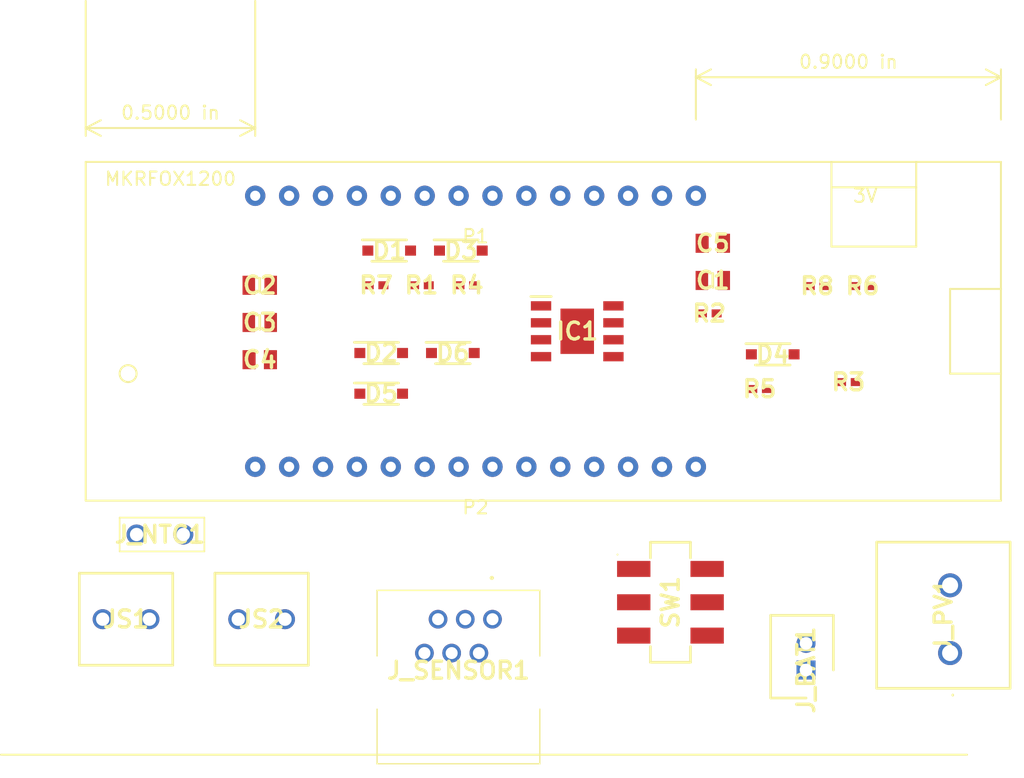
<source format=kicad_pcb>
(kicad_pcb (version 20171130) (host pcbnew 5.1.5+dfsg1-2build2)

  (general
    (thickness 1.6)
    (drawings 18)
    (tracks 0)
    (zones 0)
    (modules 29)
    (nets 40)
  )

  (page A4)
  (title_block
    (title "MkrFox1200 Wind Shield")
    (date 2021-11-29)
    (rev 0.1)
    (company OpenWindMap)
  )

  (layers
    (0 F.Cu signal)
    (31 B.Cu signal)
    (32 B.Adhes user)
    (33 F.Adhes user)
    (34 B.Paste user)
    (35 F.Paste user)
    (36 B.SilkS user)
    (37 F.SilkS user)
    (38 B.Mask user)
    (39 F.Mask user)
    (40 Dwgs.User user)
    (41 Cmts.User user)
    (42 Eco1.User user)
    (43 Eco2.User user)
    (44 Edge.Cuts user)
    (45 Margin user)
    (46 B.CrtYd user)
    (47 F.CrtYd user)
    (48 B.Fab user)
    (49 F.Fab user)
  )

  (setup
    (last_trace_width 0.25)
    (trace_clearance 0.2)
    (zone_clearance 0.508)
    (zone_45_only no)
    (trace_min 0.2)
    (via_size 0.8)
    (via_drill 0.4)
    (via_min_size 0.4)
    (via_min_drill 0.3)
    (uvia_size 0.3)
    (uvia_drill 0.1)
    (uvias_allowed no)
    (uvia_min_size 0.2)
    (uvia_min_drill 0.1)
    (edge_width 0.1)
    (segment_width 0.2)
    (pcb_text_width 0.3)
    (pcb_text_size 1.5 1.5)
    (mod_edge_width 0.15)
    (mod_text_size 1 1)
    (mod_text_width 0.15)
    (pad_size 1.524 1.524)
    (pad_drill 0.762)
    (pad_to_mask_clearance 0)
    (aux_axis_origin 0 0)
    (visible_elements FFFFFF7F)
    (pcbplotparams
      (layerselection 0x010fc_ffffffff)
      (usegerberextensions false)
      (usegerberattributes false)
      (usegerberadvancedattributes false)
      (creategerberjobfile false)
      (excludeedgelayer true)
      (linewidth 0.100000)
      (plotframeref false)
      (viasonmask false)
      (mode 1)
      (useauxorigin false)
      (hpglpennumber 1)
      (hpglpenspeed 20)
      (hpglpendiameter 15.000000)
      (psnegative false)
      (psa4output false)
      (plotreference true)
      (plotvalue true)
      (plotinvisibletext false)
      (padsonsilk false)
      (subtractmaskfromsilk false)
      (outputformat 1)
      (mirror false)
      (drillshape 1)
      (scaleselection 1)
      (outputdirectory ""))
  )

  (net 0 "")
  (net 1 "Net-(C1-Pad2)")
  (net 2 "Net-(C2-Pad2)")
  (net 3 "Net-(C3-Pad2)")
  (net 4 "Net-(C4-Pad2)")
  (net 5 GND)
  (net 6 "Net-(C5-Pad2)")
  (net 7 "Net-(D1-Pad1)")
  (net 8 "Net-(D2-Pad1)")
  (net 9 "Net-(D3-Pad1)")
  (net 10 "Net-(D5-Pad1)")
  (net 11 "Net-(IC1-Pad7)")
  (net 12 "Net-(IC1-Pad6)")
  (net 13 "Net-(IC1-Pad2)")
  (net 14 "Net-(J_SENSOR1-Pad6)")
  (net 15 "Net-(J_SENSOR1-Pad1)")
  (net 16 "Net-(P1-Pad14)")
  (net 17 "Net-(P1-Pad13)")
  (net 18 "Net-(P1-Pad12)")
  (net 19 "Net-(P1-Pad8)")
  (net 20 "Net-(P1-Pad7)")
  (net 21 "Net-(P1-Pad5)")
  (net 22 "Net-(P1-Pad2)")
  (net 23 "Net-(P1-Pad1)")
  (net 24 "Net-(P2-Pad14)")
  (net 25 "Net-(P2-Pad13)")
  (net 26 "Net-(P2-Pad12)")
  (net 27 "Net-(P2-Pad11)")
  (net 28 "Net-(P2-Pad10)")
  (net 29 "Net-(P2-Pad9)")
  (net 30 "Net-(P2-Pad8)")
  (net 31 "Net-(P2-Pad7)")
  (net 32 "Net-(P2-Pad6)")
  (net 33 "Net-(P2-Pad5)")
  (net 34 "Net-(P2-Pad2)")
  (net 35 "Net-(P2-Pad1)")
  (net 36 "Net-(SW1-Pad4)")
  (net 37 "Net-(SW1-Pad3)")
  (net 38 "Net-(C1-Pad1)")
  (net 39 "Net-(J_NTC1-Pad2)")

  (net_class Default "Ceci est la Netclass par défaut."
    (clearance 0.2)
    (trace_width 0.25)
    (via_dia 0.8)
    (via_drill 0.4)
    (uvia_dia 0.3)
    (uvia_drill 0.1)
    (add_net GND)
    (add_net "Net-(C1-Pad1)")
    (add_net "Net-(C1-Pad2)")
    (add_net "Net-(C2-Pad2)")
    (add_net "Net-(C3-Pad2)")
    (add_net "Net-(C4-Pad2)")
    (add_net "Net-(C5-Pad2)")
    (add_net "Net-(D1-Pad1)")
    (add_net "Net-(D2-Pad1)")
    (add_net "Net-(D3-Pad1)")
    (add_net "Net-(D5-Pad1)")
    (add_net "Net-(IC1-Pad2)")
    (add_net "Net-(IC1-Pad6)")
    (add_net "Net-(IC1-Pad7)")
    (add_net "Net-(J_NTC1-Pad2)")
    (add_net "Net-(J_SENSOR1-Pad1)")
    (add_net "Net-(J_SENSOR1-Pad6)")
    (add_net "Net-(P1-Pad1)")
    (add_net "Net-(P1-Pad12)")
    (add_net "Net-(P1-Pad13)")
    (add_net "Net-(P1-Pad14)")
    (add_net "Net-(P1-Pad2)")
    (add_net "Net-(P1-Pad5)")
    (add_net "Net-(P1-Pad7)")
    (add_net "Net-(P1-Pad8)")
    (add_net "Net-(P2-Pad1)")
    (add_net "Net-(P2-Pad10)")
    (add_net "Net-(P2-Pad11)")
    (add_net "Net-(P2-Pad12)")
    (add_net "Net-(P2-Pad13)")
    (add_net "Net-(P2-Pad14)")
    (add_net "Net-(P2-Pad2)")
    (add_net "Net-(P2-Pad5)")
    (add_net "Net-(P2-Pad6)")
    (add_net "Net-(P2-Pad7)")
    (add_net "Net-(P2-Pad8)")
    (add_net "Net-(P2-Pad9)")
    (add_net "Net-(SW1-Pad3)")
    (add_net "Net-(SW1-Pad4)")
  )

  (module JLCPCB_FP:WJ500V5082P (layer F.Cu) (tedit 0) (tstamp 61A55A57)
    (at 140.97 102.87 90)
    (descr WJ500V-5.08-2P-2)
    (tags Connector)
    (path /619DADDA)
    (fp_text reference J_PV1 (at 2.84 -0.5 90) (layer F.SilkS)
      (effects (font (size 1.27 1.27) (thickness 0.254)))
    )
    (fp_text value WJ500V-5.08-2P (at 2.84 -0.5 90) (layer F.SilkS) hide
      (effects (font (size 1.27 1.27) (thickness 0.254)))
    )
    (fp_arc (start -3.15 0.2) (end -3.1 0.2) (angle -180) (layer F.SilkS) (width 0.1))
    (fp_arc (start -3.15 0.2) (end -3.2 0.2) (angle -180) (layer F.SilkS) (width 0.1))
    (fp_line (start -3.1 0.2) (end -3.1 0.2) (layer F.SilkS) (width 0.1))
    (fp_line (start -3.2 0.2) (end -3.2 0.2) (layer F.SilkS) (width 0.1))
    (fp_line (start -3.64 5.5) (end -3.64 -6.5) (layer F.CrtYd) (width 0.1))
    (fp_line (start 9.32 5.5) (end -3.64 5.5) (layer F.CrtYd) (width 0.1))
    (fp_line (start 9.32 -6.5) (end 9.32 5.5) (layer F.CrtYd) (width 0.1))
    (fp_line (start -3.64 -6.5) (end 9.32 -6.5) (layer F.CrtYd) (width 0.1))
    (fp_line (start -2.64 4.5) (end -2.64 -5.5) (layer F.SilkS) (width 0.2))
    (fp_line (start 8.32 4.5) (end -2.64 4.5) (layer F.SilkS) (width 0.2))
    (fp_line (start 8.32 -5.5) (end 8.32 4.5) (layer F.SilkS) (width 0.2))
    (fp_line (start -2.64 -5.5) (end 8.32 -5.5) (layer F.SilkS) (width 0.2))
    (fp_line (start -2.64 4.5) (end -2.64 -5.5) (layer F.Fab) (width 0.1))
    (fp_line (start 8.32 4.5) (end -2.64 4.5) (layer F.Fab) (width 0.1))
    (fp_line (start 8.32 -5.5) (end 8.32 4.5) (layer F.Fab) (width 0.1))
    (fp_line (start -2.64 -5.5) (end 8.32 -5.5) (layer F.Fab) (width 0.1))
    (fp_text user %R (at 2.84 -0.5 90) (layer F.Fab)
      (effects (font (size 1.27 1.27) (thickness 0.254)))
    )
    (pad 2 thru_hole circle (at 5.08 0 90) (size 1.8 1.8) (drill 1.2) (layers *.Cu *.Mask)
      (net 5 GND))
    (pad 1 thru_hole circle (at 0 0 90) (size 1.8 1.8) (drill 1.2) (layers *.Cu *.Mask)
      (net 4 "Net-(C4-Pad2)"))
    (model WJ500V-5.08-2P.stp
      (at (xyz 0 0 0))
      (scale (xyz 1 1 1))
      (rotate (xyz 0 0 0))
    )
  )

  (module JLCPCB_FP:SolderPoints (layer F.Cu) (tedit 61A66B24) (tstamp 61A6D53A)
    (at 80.01 93.98)
    (descr KF350-3.5-2P-2)
    (tags Connector)
    (path /61ABA5D9)
    (fp_text reference J_NTC1 (at 1.75 0) (layer F.SilkS)
      (effects (font (size 1.27 1.27) (thickness 0.254)))
    )
    (fp_text value KF350-3.5-2P (at 1.75 0) (layer F.SilkS) hide
      (effects (font (size 1.27 1.27) (thickness 0.254)))
    )
    (fp_line (start -1.27 -1.27) (end -1.27 1.27) (layer F.SilkS) (width 0.12))
    (fp_line (start 5.08 -1.27) (end -1.27 -1.27) (layer F.SilkS) (width 0.12))
    (fp_line (start 5.08 1.27) (end 5.08 -1.27) (layer F.SilkS) (width 0.12))
    (fp_line (start -1.27 1.27) (end 5.08 1.27) (layer F.SilkS) (width 0.12))
    (fp_text user %R (at 1.75 0) (layer F.Fab)
      (effects (font (size 1.27 1.27) (thickness 0.254)))
    )
    (pad 2 thru_hole circle (at 3.5 0) (size 1.5 1.5) (drill 1) (layers *.Cu *.Mask)
      (net 39 "Net-(J_NTC1-Pad2)"))
    (pad 1 thru_hole circle (at 0 0) (size 1.5 1.5) (drill 1) (layers *.Cu *.Mask)
      (net 38 "Net-(C1-Pad1)"))
    (model KF350-3.5-2P.stp
      (at (xyz 0 0 0))
      (scale (xyz 1 1 1))
      (rotate (xyz 0 0 0))
    )
  )

  (module JLCPCB_FP:JS202011SCQN (layer F.Cu) (tedit 0) (tstamp 61A55B69)
    (at 120.015 99.06 270)
    (descr JS202011SCQN)
    (tags Switch)
    (path /619FCD4D)
    (attr smd)
    (fp_text reference SW1 (at 0 0.002 90) (layer F.SilkS)
      (effects (font (size 1.27 1.27) (thickness 0.254)))
    )
    (fp_text value JS202011SCQN (at 0 0.002 90) (layer F.SilkS) hide
      (effects (font (size 1.27 1.27) (thickness 0.254)))
    )
    (fp_arc (start -3.578 3.968) (end -3.542 3.968) (angle -180) (layer F.SilkS) (width 0.07159))
    (fp_arc (start -3.578 3.968) (end -3.614 3.968) (angle -180) (layer F.SilkS) (width 0.07159))
    (fp_line (start -3.542 3.968) (end -3.542 3.968) (layer F.SilkS) (width 0.07159))
    (fp_line (start -3.614 3.968) (end -3.614 3.968) (layer F.SilkS) (width 0.07159))
    (fp_line (start -4.5 1.5) (end -3.323 1.5) (layer F.SilkS) (width 0.2))
    (fp_line (start 4.5 1.5) (end 3.323 1.5) (layer F.SilkS) (width 0.2))
    (fp_line (start -4.5 -1.5) (end -3.323 -1.5) (layer F.SilkS) (width 0.2))
    (fp_line (start 4.5 -1.5) (end 3.323 -1.5) (layer F.SilkS) (width 0.2))
    (fp_line (start 4.5 1.5) (end 4.5 -1.5) (layer F.SilkS) (width 0.2))
    (fp_line (start -4.5 -1.5) (end -4.5 1.5) (layer F.SilkS) (width 0.2))
    (fp_line (start -5.5 5.004) (end -5.5 -5) (layer F.CrtYd) (width 0.1))
    (fp_line (start 5.5 5.004) (end -5.5 5.004) (layer F.CrtYd) (width 0.1))
    (fp_line (start 5.5 -5) (end 5.5 5.004) (layer F.CrtYd) (width 0.1))
    (fp_line (start -5.5 -5) (end 5.5 -5) (layer F.CrtYd) (width 0.1))
    (fp_line (start -4.5 1.5) (end -4.5 -1.5) (layer F.Fab) (width 0.2))
    (fp_line (start 4.5 1.5) (end -4.5 1.5) (layer F.Fab) (width 0.2))
    (fp_line (start 4.5 -1.5) (end 4.5 1.5) (layer F.Fab) (width 0.2))
    (fp_line (start -4.5 -1.5) (end 4.5 -1.5) (layer F.Fab) (width 0.2))
    (fp_text user %R (at 0 0.002 90) (layer F.Fab)
      (effects (font (size 1.27 1.27) (thickness 0.254)))
    )
    (pad 6 smd rect (at -2.5 -2.75 270) (size 1.2 2.5) (layers F.Cu F.Paste F.Mask)
      (net 34 "Net-(P2-Pad2)"))
    (pad 5 smd rect (at 0 -2.75 270) (size 1.2 2.5) (layers F.Cu F.Paste F.Mask)
      (net 6 "Net-(C5-Pad2)"))
    (pad 4 smd rect (at 2.5 -2.75 270) (size 1.2 2.5) (layers F.Cu F.Paste F.Mask)
      (net 36 "Net-(SW1-Pad4)"))
    (pad 3 smd rect (at 2.5 2.75 270) (size 1.2 2.5) (layers F.Cu F.Paste F.Mask)
      (net 37 "Net-(SW1-Pad3)"))
    (pad 2 smd rect (at 0 2.75 270) (size 1.2 2.5) (layers F.Cu F.Paste F.Mask)
      (net 5 GND))
    (pad 1 smd rect (at -2.5 2.75 270) (size 1.2 2.5) (layers F.Cu F.Paste F.Mask)
      (net 38 "Net-(C1-Pad1)"))
    (model JS202011SCQN.stp
      (at (xyz 0 0 0))
      (scale (xyz 1 1 1))
      (rotate (xyz 0 0 0))
    )
  )

  (module JLCPCB_FP:RESC1005X40N (layer F.Cu) (tedit 0) (tstamp 61A55B4C)
    (at 131.005 75.35)
    (descr 0402)
    (tags Resistor)
    (path /619D3EBC)
    (attr smd)
    (fp_text reference R8 (at 0 0) (layer F.SilkS)
      (effects (font (size 1.27 1.27) (thickness 0.254)))
    )
    (fp_text value 20K (at 0 0) (layer F.SilkS) hide
      (effects (font (size 1.27 1.27) (thickness 0.254)))
    )
    (fp_line (start -0.5 0.25) (end -0.5 -0.25) (layer F.Fab) (width 0.1))
    (fp_line (start 0.5 0.25) (end -0.5 0.25) (layer F.Fab) (width 0.1))
    (fp_line (start 0.5 -0.25) (end 0.5 0.25) (layer F.Fab) (width 0.1))
    (fp_line (start -0.5 -0.25) (end 0.5 -0.25) (layer F.Fab) (width 0.1))
    (fp_line (start -1.175 0.55) (end -1.175 -0.55) (layer F.CrtYd) (width 0.05))
    (fp_line (start 1.175 0.55) (end -1.175 0.55) (layer F.CrtYd) (width 0.05))
    (fp_line (start 1.175 -0.55) (end 1.175 0.55) (layer F.CrtYd) (width 0.05))
    (fp_line (start -1.175 -0.55) (end 1.175 -0.55) (layer F.CrtYd) (width 0.05))
    (fp_text user %R (at 0 0) (layer F.Fab)
      (effects (font (size 1.27 1.27) (thickness 0.254)))
    )
    (pad 2 smd rect (at 0.55 0 90) (size 0.6 0.75) (layers F.Cu F.Paste F.Mask)
      (net 13 "Net-(IC1-Pad2)"))
    (pad 1 smd rect (at -0.55 0 90) (size 0.6 0.75) (layers F.Cu F.Paste F.Mask)
      (net 5 GND))
    (model 0402WGF2002TCE.stp
      (at (xyz 0 0 0))
      (scale (xyz 1 1 1))
      (rotate (xyz 0 0 0))
    )
  )

  (module JLCPCB_FP:RESC1005X40N (layer F.Cu) (tedit 0) (tstamp 61A55B3D)
    (at 97.955 75.29)
    (descr 0402)
    (tags Resistor)
    (path /61A71897)
    (attr smd)
    (fp_text reference R7 (at 0 0) (layer F.SilkS)
      (effects (font (size 1.27 1.27) (thickness 0.254)))
    )
    (fp_text value 10K (at 0 0) (layer F.SilkS) hide
      (effects (font (size 1.27 1.27) (thickness 0.254)))
    )
    (fp_line (start -0.5 0.25) (end -0.5 -0.25) (layer F.Fab) (width 0.1))
    (fp_line (start 0.5 0.25) (end -0.5 0.25) (layer F.Fab) (width 0.1))
    (fp_line (start 0.5 -0.25) (end 0.5 0.25) (layer F.Fab) (width 0.1))
    (fp_line (start -0.5 -0.25) (end 0.5 -0.25) (layer F.Fab) (width 0.1))
    (fp_line (start -1.175 0.55) (end -1.175 -0.55) (layer F.CrtYd) (width 0.05))
    (fp_line (start 1.175 0.55) (end -1.175 0.55) (layer F.CrtYd) (width 0.05))
    (fp_line (start 1.175 -0.55) (end 1.175 0.55) (layer F.CrtYd) (width 0.05))
    (fp_line (start -1.175 -0.55) (end 1.175 -0.55) (layer F.CrtYd) (width 0.05))
    (fp_text user %R (at 0 0) (layer F.Fab)
      (effects (font (size 1.27 1.27) (thickness 0.254)))
    )
    (pad 2 smd rect (at 0.55 0 90) (size 0.6 0.75) (layers F.Cu F.Paste F.Mask)
      (net 39 "Net-(J_NTC1-Pad2)"))
    (pad 1 smd rect (at -0.55 0 90) (size 0.6 0.75) (layers F.Cu F.Paste F.Mask)
      (net 17 "Net-(P1-Pad13)"))
    (model 0402WGF2002TCE.stp
      (at (xyz 0 0 0))
      (scale (xyz 1 1 1))
      (rotate (xyz 0 0 0))
    )
  )

  (module JLCPCB_FP:RESC1005X40N (layer F.Cu) (tedit 0) (tstamp 61A55B2E)
    (at 134.405 75.35)
    (descr 0402)
    (tags Resistor)
    (path /61A1AD8A)
    (attr smd)
    (fp_text reference R6 (at 0 0) (layer F.SilkS)
      (effects (font (size 1.27 1.27) (thickness 0.254)))
    )
    (fp_text value 100k (at 0 0) (layer F.SilkS) hide
      (effects (font (size 1.27 1.27) (thickness 0.254)))
    )
    (fp_line (start -0.5 0.25) (end -0.5 -0.25) (layer F.Fab) (width 0.1))
    (fp_line (start 0.5 0.25) (end -0.5 0.25) (layer F.Fab) (width 0.1))
    (fp_line (start 0.5 -0.25) (end 0.5 0.25) (layer F.Fab) (width 0.1))
    (fp_line (start -0.5 -0.25) (end 0.5 -0.25) (layer F.Fab) (width 0.1))
    (fp_line (start -1.175 0.55) (end -1.175 -0.55) (layer F.CrtYd) (width 0.05))
    (fp_line (start 1.175 0.55) (end -1.175 0.55) (layer F.CrtYd) (width 0.05))
    (fp_line (start 1.175 -0.55) (end 1.175 0.55) (layer F.CrtYd) (width 0.05))
    (fp_line (start -1.175 -0.55) (end 1.175 -0.55) (layer F.CrtYd) (width 0.05))
    (fp_text user %R (at 0 0) (layer F.Fab)
      (effects (font (size 1.27 1.27) (thickness 0.254)))
    )
    (pad 2 smd rect (at 0.55 0 90) (size 0.6 0.75) (layers F.Cu F.Paste F.Mask)
      (net 38 "Net-(C1-Pad1)"))
    (pad 1 smd rect (at -0.55 0 90) (size 0.6 0.75) (layers F.Cu F.Paste F.Mask)
      (net 21 "Net-(P1-Pad5)"))
    (model 0402WGF2002TCE.stp
      (at (xyz 0 0 0))
      (scale (xyz 1 1 1))
      (rotate (xyz 0 0 0))
    )
  )

  (module JLCPCB_FP:RESC1005X40N (layer F.Cu) (tedit 0) (tstamp 61A55B1F)
    (at 126.695 83.07)
    (descr 0402)
    (tags Resistor)
    (path /61A1B481)
    (attr smd)
    (fp_text reference R5 (at 0 0) (layer F.SilkS)
      (effects (font (size 1.27 1.27) (thickness 0.254)))
    )
    (fp_text value 390k (at 0 0) (layer F.SilkS) hide
      (effects (font (size 1.27 1.27) (thickness 0.254)))
    )
    (fp_line (start -0.5 0.25) (end -0.5 -0.25) (layer F.Fab) (width 0.1))
    (fp_line (start 0.5 0.25) (end -0.5 0.25) (layer F.Fab) (width 0.1))
    (fp_line (start 0.5 -0.25) (end 0.5 0.25) (layer F.Fab) (width 0.1))
    (fp_line (start -0.5 -0.25) (end 0.5 -0.25) (layer F.Fab) (width 0.1))
    (fp_line (start -1.175 0.55) (end -1.175 -0.55) (layer F.CrtYd) (width 0.05))
    (fp_line (start 1.175 0.55) (end -1.175 0.55) (layer F.CrtYd) (width 0.05))
    (fp_line (start 1.175 -0.55) (end 1.175 0.55) (layer F.CrtYd) (width 0.05))
    (fp_line (start -1.175 -0.55) (end 1.175 -0.55) (layer F.CrtYd) (width 0.05))
    (fp_text user %R (at 0 0) (layer F.Fab)
      (effects (font (size 1.27 1.27) (thickness 0.254)))
    )
    (pad 2 smd rect (at 0.55 0 90) (size 0.6 0.75) (layers F.Cu F.Paste F.Mask)
      (net 21 "Net-(P1-Pad5)"))
    (pad 1 smd rect (at -0.55 0 90) (size 0.6 0.75) (layers F.Cu F.Paste F.Mask)
      (net 8 "Net-(D2-Pad1)"))
    (model 0402WGF2002TCE.stp
      (at (xyz 0 0 0))
      (scale (xyz 1 1 1))
      (rotate (xyz 0 0 0))
    )
  )

  (module JLCPCB_FP:RESC1005X40N (layer F.Cu) (tedit 0) (tstamp 61A55B10)
    (at 104.755 75.29)
    (descr 0402)
    (tags Resistor)
    (path /619D37E6)
    (attr smd)
    (fp_text reference R4 (at 0 0) (layer F.SilkS)
      (effects (font (size 1.27 1.27) (thickness 0.254)))
    )
    (fp_text value 10K (at 0 0) (layer F.SilkS) hide
      (effects (font (size 1.27 1.27) (thickness 0.254)))
    )
    (fp_line (start -0.5 0.25) (end -0.5 -0.25) (layer F.Fab) (width 0.1))
    (fp_line (start 0.5 0.25) (end -0.5 0.25) (layer F.Fab) (width 0.1))
    (fp_line (start 0.5 -0.25) (end 0.5 0.25) (layer F.Fab) (width 0.1))
    (fp_line (start -0.5 -0.25) (end 0.5 -0.25) (layer F.Fab) (width 0.1))
    (fp_line (start -1.175 0.55) (end -1.175 -0.55) (layer F.CrtYd) (width 0.05))
    (fp_line (start 1.175 0.55) (end -1.175 0.55) (layer F.CrtYd) (width 0.05))
    (fp_line (start 1.175 -0.55) (end 1.175 0.55) (layer F.CrtYd) (width 0.05))
    (fp_line (start -1.175 -0.55) (end 1.175 -0.55) (layer F.CrtYd) (width 0.05))
    (fp_text user %R (at 0 0) (layer F.Fab)
      (effects (font (size 1.27 1.27) (thickness 0.254)))
    )
    (pad 2 smd rect (at 0.55 0 90) (size 0.6 0.75) (layers F.Cu F.Paste F.Mask)
      (net 18 "Net-(P1-Pad12)"))
    (pad 1 smd rect (at -0.55 0 90) (size 0.6 0.75) (layers F.Cu F.Paste F.Mask)
      (net 3 "Net-(C3-Pad2)"))
    (model 0402WGF2002TCE.stp
      (at (xyz 0 0 0))
      (scale (xyz 1 1 1))
      (rotate (xyz 0 0 0))
    )
  )

  (module JLCPCB_FP:RESC1005X40N (layer F.Cu) (tedit 0) (tstamp 61A55B01)
    (at 133.35 82.55)
    (descr 0402)
    (tags Resistor)
    (path /619DA45A)
    (attr smd)
    (fp_text reference R3 (at 0 0) (layer F.SilkS)
      (effects (font (size 1.27 1.27) (thickness 0.254)))
    )
    (fp_text value 1K (at 0 0) (layer F.SilkS) hide
      (effects (font (size 1.27 1.27) (thickness 0.254)))
    )
    (fp_line (start -0.5 0.25) (end -0.5 -0.25) (layer F.Fab) (width 0.1))
    (fp_line (start 0.5 0.25) (end -0.5 0.25) (layer F.Fab) (width 0.1))
    (fp_line (start 0.5 -0.25) (end 0.5 0.25) (layer F.Fab) (width 0.1))
    (fp_line (start -0.5 -0.25) (end 0.5 -0.25) (layer F.Fab) (width 0.1))
    (fp_line (start -1.175 0.55) (end -1.175 -0.55) (layer F.CrtYd) (width 0.05))
    (fp_line (start 1.175 0.55) (end -1.175 0.55) (layer F.CrtYd) (width 0.05))
    (fp_line (start 1.175 -0.55) (end 1.175 0.55) (layer F.CrtYd) (width 0.05))
    (fp_line (start -1.175 -0.55) (end 1.175 -0.55) (layer F.CrtYd) (width 0.05))
    (fp_text user %R (at 0 0) (layer F.Fab)
      (effects (font (size 1.27 1.27) (thickness 0.254)))
    )
    (pad 2 smd rect (at 0.55 0 90) (size 0.6 0.75) (layers F.Cu F.Paste F.Mask)
      (net 3 "Net-(C3-Pad2)"))
    (pad 1 smd rect (at -0.55 0 90) (size 0.6 0.75) (layers F.Cu F.Paste F.Mask)
      (net 10 "Net-(D5-Pad1)"))
    (model 0402WGF2002TCE.stp
      (at (xyz 0 0 0))
      (scale (xyz 1 1 1))
      (rotate (xyz 0 0 0))
    )
  )

  (module JLCPCB_FP:RESC1005X40N (layer F.Cu) (tedit 0) (tstamp 61A55AF2)
    (at 122.925 77.4)
    (descr 0402)
    (tags Resistor)
    (path /61A65AAC)
    (attr smd)
    (fp_text reference R2 (at 0 0) (layer F.SilkS)
      (effects (font (size 1.27 1.27) (thickness 0.254)))
    )
    (fp_text value 1K (at 0 0) (layer F.SilkS) hide
      (effects (font (size 1.27 1.27) (thickness 0.254)))
    )
    (fp_line (start -0.5 0.25) (end -0.5 -0.25) (layer F.Fab) (width 0.1))
    (fp_line (start 0.5 0.25) (end -0.5 0.25) (layer F.Fab) (width 0.1))
    (fp_line (start 0.5 -0.25) (end 0.5 0.25) (layer F.Fab) (width 0.1))
    (fp_line (start -0.5 -0.25) (end 0.5 -0.25) (layer F.Fab) (width 0.1))
    (fp_line (start -1.175 0.55) (end -1.175 -0.55) (layer F.CrtYd) (width 0.05))
    (fp_line (start 1.175 0.55) (end -1.175 0.55) (layer F.CrtYd) (width 0.05))
    (fp_line (start 1.175 -0.55) (end 1.175 0.55) (layer F.CrtYd) (width 0.05))
    (fp_line (start -1.175 -0.55) (end 1.175 -0.55) (layer F.CrtYd) (width 0.05))
    (fp_text user %R (at 0 0) (layer F.Fab)
      (effects (font (size 1.27 1.27) (thickness 0.254)))
    )
    (pad 2 smd rect (at 0.55 0 90) (size 0.6 0.75) (layers F.Cu F.Paste F.Mask)
      (net 2 "Net-(C2-Pad2)"))
    (pad 1 smd rect (at -0.55 0 90) (size 0.6 0.75) (layers F.Cu F.Paste F.Mask)
      (net 9 "Net-(D3-Pad1)"))
    (model 0402WGF2002TCE.stp
      (at (xyz 0 0 0))
      (scale (xyz 1 1 1))
      (rotate (xyz 0 0 0))
    )
  )

  (module JLCPCB_FP:RESC1005X40N (layer F.Cu) (tedit 0) (tstamp 61A55AE3)
    (at 101.355 75.29)
    (descr 0402)
    (tags Resistor)
    (path /61A6773C)
    (attr smd)
    (fp_text reference R1 (at 0 0) (layer F.SilkS)
      (effects (font (size 1.27 1.27) (thickness 0.254)))
    )
    (fp_text value 1K (at 0 0) (layer F.SilkS) hide
      (effects (font (size 1.27 1.27) (thickness 0.254)))
    )
    (fp_line (start -0.5 0.25) (end -0.5 -0.25) (layer F.Fab) (width 0.1))
    (fp_line (start 0.5 0.25) (end -0.5 0.25) (layer F.Fab) (width 0.1))
    (fp_line (start 0.5 -0.25) (end 0.5 0.25) (layer F.Fab) (width 0.1))
    (fp_line (start -0.5 -0.25) (end 0.5 -0.25) (layer F.Fab) (width 0.1))
    (fp_line (start -1.175 0.55) (end -1.175 -0.55) (layer F.CrtYd) (width 0.05))
    (fp_line (start 1.175 0.55) (end -1.175 0.55) (layer F.CrtYd) (width 0.05))
    (fp_line (start 1.175 -0.55) (end 1.175 0.55) (layer F.CrtYd) (width 0.05))
    (fp_line (start -1.175 -0.55) (end 1.175 -0.55) (layer F.CrtYd) (width 0.05))
    (fp_text user %R (at 0 0) (layer F.Fab)
      (effects (font (size 1.27 1.27) (thickness 0.254)))
    )
    (pad 2 smd rect (at 0.55 0 90) (size 0.6 0.75) (layers F.Cu F.Paste F.Mask)
      (net 1 "Net-(C1-Pad2)"))
    (pad 1 smd rect (at -0.55 0 90) (size 0.6 0.75) (layers F.Cu F.Paste F.Mask)
      (net 7 "Net-(D1-Pad1)"))
    (model 0402WGF2002TCE.stp
      (at (xyz 0 0 0))
      (scale (xyz 1 1 1))
      (rotate (xyz 0 0 0))
    )
  )

  (module JLCPCB_FP:CONN14_FP (layer F.Cu) (tedit 61A504D8) (tstamp 61A55AD4)
    (at 105.41 91.44)
    (path /61A019F1)
    (fp_text reference P2 (at 0 0.5) (layer F.SilkS)
      (effects (font (size 1 1) (thickness 0.15)))
    )
    (fp_text value CONN_14_2 (at 0 -0.5) (layer F.Fab)
      (effects (font (size 1 1) (thickness 0.15)))
    )
    (pad 14 thru_hole circle (at 16.51 -2.54) (size 1.524 1.524) (drill 0.762) (layers *.Cu *.Mask)
      (net 24 "Net-(P2-Pad14)"))
    (pad 13 thru_hole circle (at 13.97 -2.54) (size 1.524 1.524) (drill 0.762) (layers *.Cu *.Mask)
      (net 25 "Net-(P2-Pad13)"))
    (pad 12 thru_hole circle (at 11.43 -2.54) (size 1.524 1.524) (drill 0.762) (layers *.Cu *.Mask)
      (net 26 "Net-(P2-Pad12)"))
    (pad 11 thru_hole circle (at 8.89 -2.54) (size 1.524 1.524) (drill 0.762) (layers *.Cu *.Mask)
      (net 27 "Net-(P2-Pad11)"))
    (pad 10 thru_hole circle (at 6.35 -2.54) (size 1.524 1.524) (drill 0.762) (layers *.Cu *.Mask)
      (net 28 "Net-(P2-Pad10)"))
    (pad 9 thru_hole circle (at 3.81 -2.54) (size 1.524 1.524) (drill 0.762) (layers *.Cu *.Mask)
      (net 29 "Net-(P2-Pad9)"))
    (pad 8 thru_hole circle (at 1.27 -2.54) (size 1.524 1.524) (drill 0.762) (layers *.Cu *.Mask)
      (net 30 "Net-(P2-Pad8)"))
    (pad 7 thru_hole circle (at -1.27 -2.54) (size 1.524 1.524) (drill 0.762) (layers *.Cu *.Mask)
      (net 31 "Net-(P2-Pad7)"))
    (pad 6 thru_hole circle (at -3.81 -2.54) (size 1.524 1.524) (drill 0.762) (layers *.Cu *.Mask)
      (net 32 "Net-(P2-Pad6)"))
    (pad 5 thru_hole circle (at -6.35 -2.54) (size 1.524 1.524) (drill 0.762) (layers *.Cu *.Mask)
      (net 33 "Net-(P2-Pad5)"))
    (pad 4 thru_hole circle (at -8.89 -2.54) (size 1.524 1.524) (drill 0.762) (layers *.Cu *.Mask)
      (net 38 "Net-(C1-Pad1)"))
    (pad 3 thru_hole circle (at -11.43 -2.54) (size 1.524 1.524) (drill 0.762) (layers *.Cu *.Mask)
      (net 8 "Net-(D2-Pad1)"))
    (pad 2 thru_hole circle (at -13.97 -2.54) (size 1.524 1.524) (drill 0.762) (layers *.Cu *.Mask)
      (net 34 "Net-(P2-Pad2)"))
    (pad 1 thru_hole circle (at -16.51 -2.54) (size 1.524 1.524) (drill 0.762) (layers *.Cu *.Mask)
      (net 35 "Net-(P2-Pad1)"))
  )

  (module JLCPCB_FP:CONN14_FP (layer F.Cu) (tedit 61A504D8) (tstamp 61A55AC2)
    (at 105.41 71.12)
    (path /619FF84E)
    (fp_text reference P1 (at 0 0.5) (layer F.SilkS)
      (effects (font (size 1 1) (thickness 0.15)))
    )
    (fp_text value CONN_14_1 (at 0 -0.5) (layer F.Fab)
      (effects (font (size 1 1) (thickness 0.15)))
    )
    (pad 14 thru_hole circle (at 16.51 -2.54) (size 1.524 1.524) (drill 0.762) (layers *.Cu *.Mask)
      (net 16 "Net-(P1-Pad14)"))
    (pad 13 thru_hole circle (at 13.97 -2.54) (size 1.524 1.524) (drill 0.762) (layers *.Cu *.Mask)
      (net 17 "Net-(P1-Pad13)"))
    (pad 12 thru_hole circle (at 11.43 -2.54) (size 1.524 1.524) (drill 0.762) (layers *.Cu *.Mask)
      (net 18 "Net-(P1-Pad12)"))
    (pad 11 thru_hole circle (at 8.89 -2.54) (size 1.524 1.524) (drill 0.762) (layers *.Cu *.Mask)
      (net 3 "Net-(C3-Pad2)"))
    (pad 10 thru_hole circle (at 6.35 -2.54) (size 1.524 1.524) (drill 0.762) (layers *.Cu *.Mask)
      (net 2 "Net-(C2-Pad2)"))
    (pad 9 thru_hole circle (at 3.81 -2.54) (size 1.524 1.524) (drill 0.762) (layers *.Cu *.Mask)
      (net 1 "Net-(C1-Pad2)"))
    (pad 8 thru_hole circle (at 1.27 -2.54) (size 1.524 1.524) (drill 0.762) (layers *.Cu *.Mask)
      (net 19 "Net-(P1-Pad8)"))
    (pad 7 thru_hole circle (at -1.27 -2.54) (size 1.524 1.524) (drill 0.762) (layers *.Cu *.Mask)
      (net 20 "Net-(P1-Pad7)"))
    (pad 6 thru_hole circle (at -3.81 -2.54) (size 1.524 1.524) (drill 0.762) (layers *.Cu *.Mask)
      (net 39 "Net-(J_NTC1-Pad2)"))
    (pad 5 thru_hole circle (at -6.35 -2.54) (size 1.524 1.524) (drill 0.762) (layers *.Cu *.Mask)
      (net 21 "Net-(P1-Pad5)"))
    (pad 4 thru_hole circle (at -8.89 -2.54) (size 1.524 1.524) (drill 0.762) (layers *.Cu *.Mask)
      (net 3 "Net-(C3-Pad2)"))
    (pad 3 thru_hole circle (at -11.43 -2.54) (size 1.524 1.524) (drill 0.762) (layers *.Cu *.Mask)
      (net 2 "Net-(C2-Pad2)"))
    (pad 2 thru_hole circle (at -13.97 -2.54) (size 1.524 1.524) (drill 0.762) (layers *.Cu *.Mask)
      (net 22 "Net-(P1-Pad2)"))
    (pad 1 thru_hole circle (at -16.51 -2.54) (size 1.524 1.524) (drill 0.762) (layers *.Cu *.Mask)
      (net 23 "Net-(P1-Pad1)"))
  )

  (module JLCPCB_FP:KF350352P (layer F.Cu) (tedit 0) (tstamp 61A55AB0)
    (at 87.63 100.33)
    (descr KF350-3.5-2P-2)
    (tags Connector)
    (path /619D79DE)
    (fp_text reference JS2 (at 1.75 0) (layer F.SilkS)
      (effects (font (size 1.27 1.27) (thickness 0.254)))
    )
    (fp_text value KF350-3.5-2P (at 1.75 0) (layer F.SilkS) hide
      (effects (font (size 1.27 1.27) (thickness 0.254)))
    )
    (fp_line (start -2.75 4.45) (end -2.75 -4.45) (layer F.CrtYd) (width 0.1))
    (fp_line (start 6.25 4.45) (end -2.75 4.45) (layer F.CrtYd) (width 0.1))
    (fp_line (start 6.25 -4.45) (end 6.25 4.45) (layer F.CrtYd) (width 0.1))
    (fp_line (start -2.75 -4.45) (end 6.25 -4.45) (layer F.CrtYd) (width 0.1))
    (fp_line (start -1.75 3.45) (end -1.75 -3.45) (layer F.SilkS) (width 0.2))
    (fp_line (start 5.25 3.45) (end -1.75 3.45) (layer F.SilkS) (width 0.2))
    (fp_line (start 5.25 -3.45) (end 5.25 3.45) (layer F.SilkS) (width 0.2))
    (fp_line (start -1.75 -3.45) (end 5.25 -3.45) (layer F.SilkS) (width 0.2))
    (fp_line (start -1.75 3.45) (end -1.75 -3.45) (layer F.Fab) (width 0.1))
    (fp_line (start 5.25 3.45) (end -1.75 3.45) (layer F.Fab) (width 0.1))
    (fp_line (start 5.25 -3.45) (end 5.25 3.45) (layer F.Fab) (width 0.1))
    (fp_line (start -1.75 -3.45) (end 5.25 -3.45) (layer F.Fab) (width 0.1))
    (fp_text user %R (at 1.75 0) (layer F.Fab)
      (effects (font (size 1.27 1.27) (thickness 0.254)))
    )
    (pad 2 thru_hole circle (at 3.5 0) (size 1.5 1.5) (drill 1) (layers *.Cu *.Mask)
      (net 9 "Net-(D3-Pad1)"))
    (pad 1 thru_hole circle (at 0 0) (size 1.5 1.5) (drill 1) (layers *.Cu *.Mask)
      (net 10 "Net-(D5-Pad1)"))
    (model KF350-3.5-2P.stp
      (at (xyz 0 0 0))
      (scale (xyz 1 1 1))
      (rotate (xyz 0 0 0))
    )
  )

  (module JLCPCB_FP:KF350352P (layer F.Cu) (tedit 0) (tstamp 61A56284)
    (at 77.47 100.33)
    (descr KF350-3.5-2P-2)
    (tags Connector)
    (path /619F77F8)
    (fp_text reference JS1 (at 1.75 0) (layer F.SilkS)
      (effects (font (size 1.27 1.27) (thickness 0.254)))
    )
    (fp_text value KF350-3.5-2P (at 1.75 0) (layer F.SilkS) hide
      (effects (font (size 1.27 1.27) (thickness 0.254)))
    )
    (fp_line (start -2.75 4.45) (end -2.75 -4.45) (layer F.CrtYd) (width 0.1))
    (fp_line (start 6.25 4.45) (end -2.75 4.45) (layer F.CrtYd) (width 0.1))
    (fp_line (start 6.25 -4.45) (end 6.25 4.45) (layer F.CrtYd) (width 0.1))
    (fp_line (start -2.75 -4.45) (end 6.25 -4.45) (layer F.CrtYd) (width 0.1))
    (fp_line (start -1.75 3.45) (end -1.75 -3.45) (layer F.SilkS) (width 0.2))
    (fp_line (start 5.25 3.45) (end -1.75 3.45) (layer F.SilkS) (width 0.2))
    (fp_line (start 5.25 -3.45) (end 5.25 3.45) (layer F.SilkS) (width 0.2))
    (fp_line (start -1.75 -3.45) (end 5.25 -3.45) (layer F.SilkS) (width 0.2))
    (fp_line (start -1.75 3.45) (end -1.75 -3.45) (layer F.Fab) (width 0.1))
    (fp_line (start 5.25 3.45) (end -1.75 3.45) (layer F.Fab) (width 0.1))
    (fp_line (start 5.25 -3.45) (end 5.25 3.45) (layer F.Fab) (width 0.1))
    (fp_line (start -1.75 -3.45) (end 5.25 -3.45) (layer F.Fab) (width 0.1))
    (fp_text user %R (at 1.75 0) (layer F.Fab)
      (effects (font (size 1.27 1.27) (thickness 0.254)))
    )
    (pad 2 thru_hole circle (at 3.5 0) (size 1.5 1.5) (drill 1) (layers *.Cu *.Mask)
      (net 7 "Net-(D1-Pad1)"))
    (pad 1 thru_hole circle (at 0 0) (size 1.5 1.5) (drill 1) (layers *.Cu *.Mask)
      (net 38 "Net-(C1-Pad1)"))
    (model KF350-3.5-2P.stp
      (at (xyz 0 0 0))
      (scale (xyz 1 1 1))
      (rotate (xyz 0 0 0))
    )
  )

  (module JLCPCB_FP:DS1133S60APS (layer F.Cu) (tedit 0) (tstamp 61A55A8A)
    (at 106.68 100.33)
    (descr DS1133-S60APS-3)
    (tags Connector)
    (path /619D5C1F)
    (fp_text reference J_SENSOR1 (at -2.55 3.845) (layer F.SilkS)
      (effects (font (size 1.27 1.27) (thickness 0.254)))
    )
    (fp_text value DS1133-S60APS (at -2.55 3.845) (layer F.SilkS) hide
      (effects (font (size 1.27 1.27) (thickness 0.254)))
    )
    (fp_arc (start -0.05 -3.1) (end -0.1 -3.1) (angle -180) (layer F.SilkS) (width 0.2))
    (fp_arc (start -0.05 -3.1) (end 0 -3.1) (angle -180) (layer F.SilkS) (width 0.2))
    (fp_arc (start -0.05 -3.1) (end -0.1 -3.1) (angle -180) (layer F.SilkS) (width 0.2))
    (fp_line (start -0.1 -3.1) (end -0.1 -3.1) (layer F.SilkS) (width 0.2))
    (fp_line (start 0 -3.1) (end 0 -3.1) (layer F.SilkS) (width 0.2))
    (fp_line (start -0.1 -3.1) (end -0.1 -3.1) (layer F.SilkS) (width 0.2))
    (fp_line (start -10.7 11.84) (end -10.7 -4.15) (layer F.CrtYd) (width 0.1))
    (fp_line (start 5.6 11.84) (end -10.7 11.84) (layer F.CrtYd) (width 0.1))
    (fp_line (start 5.6 -4.15) (end 5.6 11.84) (layer F.CrtYd) (width 0.1))
    (fp_line (start -10.7 -4.15) (end 5.6 -4.15) (layer F.CrtYd) (width 0.1))
    (fp_line (start -8.65 6.75) (end -8.65 10.84) (layer F.SilkS) (width 0.1))
    (fp_line (start -8.65 6.75) (end -8.65 6.75) (layer F.SilkS) (width 0.1))
    (fp_line (start -8.65 10.84) (end -8.65 6.75) (layer F.SilkS) (width 0.1))
    (fp_line (start -8.65 10.84) (end -8.65 10.84) (layer F.SilkS) (width 0.1))
    (fp_line (start 3.55 10.84) (end 3.55 10.84) (layer F.SilkS) (width 0.1))
    (fp_line (start -8.65 10.84) (end 3.55 10.84) (layer F.SilkS) (width 0.1))
    (fp_line (start -8.65 10.84) (end -8.65 10.84) (layer F.SilkS) (width 0.1))
    (fp_line (start 3.55 10.84) (end -8.65 10.84) (layer F.SilkS) (width 0.1))
    (fp_line (start 3.55 10.84) (end 3.55 6.75) (layer F.SilkS) (width 0.1))
    (fp_line (start 3.55 10.84) (end 3.55 10.84) (layer F.SilkS) (width 0.1))
    (fp_line (start 3.55 6.75) (end 3.55 10.84) (layer F.SilkS) (width 0.1))
    (fp_line (start 3.55 6.75) (end 3.55 6.75) (layer F.SilkS) (width 0.1))
    (fp_line (start 3.55 2.75) (end 3.55 -2.16) (layer F.SilkS) (width 0.1))
    (fp_line (start 3.55 2.75) (end 3.55 2.75) (layer F.SilkS) (width 0.1))
    (fp_line (start 3.55 -2.16) (end 3.55 2.75) (layer F.SilkS) (width 0.1))
    (fp_line (start 3.55 -2.16) (end 3.55 -2.16) (layer F.SilkS) (width 0.1))
    (fp_line (start -8.65 -2.16) (end -8.65 -2.16) (layer F.SilkS) (width 0.1))
    (fp_line (start 3.55 -2.16) (end -8.65 -2.16) (layer F.SilkS) (width 0.1))
    (fp_line (start 3.55 -2.16) (end 3.55 -2.16) (layer F.SilkS) (width 0.1))
    (fp_line (start -8.65 -2.16) (end 3.55 -2.16) (layer F.SilkS) (width 0.1))
    (fp_line (start -8.65 -2.16) (end -8.65 2.75) (layer F.SilkS) (width 0.1))
    (fp_line (start -8.65 -2.16) (end -8.65 -2.16) (layer F.SilkS) (width 0.1))
    (fp_line (start -8.65 2.75) (end -8.65 -2.16) (layer F.SilkS) (width 0.1))
    (fp_line (start -8.65 2.75) (end -8.65 2.75) (layer F.SilkS) (width 0.1))
    (fp_line (start -8.65 10.84) (end -8.65 -2.16) (layer F.Fab) (width 0.2))
    (fp_line (start 3.55 10.84) (end -8.65 10.84) (layer F.Fab) (width 0.2))
    (fp_line (start 3.55 -2.16) (end 3.55 10.84) (layer F.Fab) (width 0.2))
    (fp_line (start -8.65 -2.16) (end 3.55 -2.16) (layer F.Fab) (width 0.2))
    (fp_text user %R (at -2.55 3.845) (layer F.Fab)
      (effects (font (size 1.27 1.27) (thickness 0.254)))
    )
    (pad MH2 np_thru_hole circle (at -8.55 4.84) (size 2.3 0) (drill 2.3) (layers *.Cu *.Mask))
    (pad MH1 np_thru_hole circle (at 3.45 4.84) (size 2.3 0) (drill 2.3) (layers *.Cu *.Mask))
    (pad 6 thru_hole circle (at -5.1 2.54) (size 1.4 1.4) (drill 0.9) (layers *.Cu *.Mask)
      (net 14 "Net-(J_SENSOR1-Pad6)"))
    (pad 5 thru_hole circle (at -4.08 0) (size 1.4 1.4) (drill 0.9) (layers *.Cu *.Mask)
      (net 10 "Net-(D5-Pad1)"))
    (pad 4 thru_hole circle (at -3.06 2.54) (size 1.4 1.4) (drill 0.9) (layers *.Cu *.Mask)
      (net 9 "Net-(D3-Pad1)"))
    (pad 3 thru_hole circle (at -2.04 0) (size 1.4 1.4) (drill 0.9) (layers *.Cu *.Mask)
      (net 38 "Net-(C1-Pad1)"))
    (pad 2 thru_hole circle (at -1.02 2.54) (size 1.4 1.4) (drill 0.9) (layers *.Cu *.Mask)
      (net 7 "Net-(D1-Pad1)"))
    (pad 1 thru_hole circle (at 0 0) (size 1.4 1.4) (drill 0.9) (layers *.Cu *.Mask)
      (net 15 "Net-(J_SENSOR1-Pad1)"))
    (model DS1133-S60APS.stp
      (at (xyz 0 0 0))
      (scale (xyz 1 1 1))
      (rotate (xyz 0 0 0))
    )
  )

  (module JLCPCB_FP:SHDR2W52P0X200_1X2_600X460X630P (layer F.Cu) (tedit 0) (tstamp 61A677B3)
    (at 130.175 104.14 90)
    (descr PH-2AK)
    (tags Connector)
    (path /619D87DD)
    (fp_text reference J_BAT1 (at 0 0 90) (layer F.SilkS)
      (effects (font (size 1.27 1.27) (thickness 0.254)))
    )
    (fp_text value PH-2AK (at 0 0 90) (layer F.SilkS) hide
      (effects (font (size 1.27 1.27) (thickness 0.254)))
    )
    (fp_line (start -2.1 -2.65) (end -2.1 0) (layer F.SilkS) (width 0.2))
    (fp_line (start 4.1 -2.65) (end -2.1 -2.65) (layer F.SilkS) (width 0.2))
    (fp_line (start 4.1 2.05) (end 4.1 -2.65) (layer F.SilkS) (width 0.2))
    (fp_line (start 0 2.05) (end 4.1 2.05) (layer F.SilkS) (width 0.2))
    (fp_line (start 4.1 2.05) (end -2.1 2.05) (layer F.Fab) (width 0.1))
    (fp_line (start 4.1 -2.65) (end 4.1 2.05) (layer F.Fab) (width 0.1))
    (fp_line (start -2.1 -2.65) (end 4.1 -2.65) (layer F.Fab) (width 0.1))
    (fp_line (start -2.1 2.05) (end -2.1 -2.65) (layer F.Fab) (width 0.1))
    (fp_line (start 4.35 2.3) (end -2.35 2.3) (layer F.CrtYd) (width 0.05))
    (fp_line (start 4.35 -2.9) (end 4.35 2.3) (layer F.CrtYd) (width 0.05))
    (fp_line (start -2.35 -2.9) (end 4.35 -2.9) (layer F.CrtYd) (width 0.05))
    (fp_line (start -2.35 2.3) (end -2.35 -2.9) (layer F.CrtYd) (width 0.05))
    (fp_text user %R (at 0 0 90) (layer F.Fab)
      (effects (font (size 1.27 1.27) (thickness 0.254)))
    )
    (pad 2 thru_hole circle (at 2 0 90) (size 1.425 1.425) (drill 0.95) (layers *.Cu *.Mask)
      (net 5 GND))
    (pad 1 thru_hole rect (at 0 0 90) (size 1.425 1.425) (drill 0.95) (layers *.Cu *.Mask)
      (net 6 "Net-(C5-Pad2)"))
    (model PH-2AK.stp
      (at (xyz 0 0 0))
      (scale (xyz 1 1 1))
      (rotate (xyz 0 0 0))
    )
  )

  (module JLCPCB_FP:SOIC127P600X175-9N (layer F.Cu) (tedit 0) (tstamp 61A55A1A)
    (at 113.03 78.74)
    (descr 8ESOP)
    (tags "Integrated Circuit")
    (path /619DA8E9)
    (attr smd)
    (fp_text reference IC1 (at 0 0) (layer F.SilkS)
      (effects (font (size 1.27 1.27) (thickness 0.254)))
    )
    (fp_text value TP4056-42-ESOP8 (at 0 0) (layer F.SilkS) hide
      (effects (font (size 1.27 1.27) (thickness 0.254)))
    )
    (fp_line (start -3.475 -2.605) (end -1.95 -2.605) (layer F.SilkS) (width 0.2))
    (fp_line (start -1.95 -1.18) (end -0.68 -2.45) (layer F.Fab) (width 0.1))
    (fp_line (start -1.95 2.45) (end -1.95 -2.45) (layer F.Fab) (width 0.1))
    (fp_line (start 1.95 2.45) (end -1.95 2.45) (layer F.Fab) (width 0.1))
    (fp_line (start 1.95 -2.45) (end 1.95 2.45) (layer F.Fab) (width 0.1))
    (fp_line (start -1.95 -2.45) (end 1.95 -2.45) (layer F.Fab) (width 0.1))
    (fp_line (start -3.725 2.8) (end -3.725 -2.8) (layer F.CrtYd) (width 0.05))
    (fp_line (start 3.725 2.8) (end -3.725 2.8) (layer F.CrtYd) (width 0.05))
    (fp_line (start 3.725 -2.8) (end 3.725 2.8) (layer F.CrtYd) (width 0.05))
    (fp_line (start -3.725 -2.8) (end 3.725 -2.8) (layer F.CrtYd) (width 0.05))
    (fp_text user %R (at 0 0) (layer F.Fab)
      (effects (font (size 1.27 1.27) (thickness 0.254)))
    )
    (pad 9 smd rect (at 0 0) (size 2.513 3.402) (layers F.Cu F.Paste F.Mask))
    (pad 8 smd rect (at 2.712 -1.905 90) (size 0.7 1.525) (layers F.Cu F.Paste F.Mask)
      (net 4 "Net-(C4-Pad2)"))
    (pad 7 smd rect (at 2.712 -0.635 90) (size 0.7 1.525) (layers F.Cu F.Paste F.Mask)
      (net 11 "Net-(IC1-Pad7)"))
    (pad 6 smd rect (at 2.712 0.635 90) (size 0.7 1.525) (layers F.Cu F.Paste F.Mask)
      (net 12 "Net-(IC1-Pad6)"))
    (pad 5 smd rect (at 2.712 1.905 90) (size 0.7 1.525) (layers F.Cu F.Paste F.Mask)
      (net 6 "Net-(C5-Pad2)"))
    (pad 4 smd rect (at -2.712 1.905 90) (size 0.7 1.525) (layers F.Cu F.Paste F.Mask)
      (net 4 "Net-(C4-Pad2)"))
    (pad 3 smd rect (at -2.712 0.635 90) (size 0.7 1.525) (layers F.Cu F.Paste F.Mask)
      (net 5 GND))
    (pad 2 smd rect (at -2.712 -0.635 90) (size 0.7 1.525) (layers F.Cu F.Paste F.Mask)
      (net 13 "Net-(IC1-Pad2)"))
    (pad 1 smd rect (at -2.712 -1.905 90) (size 0.7 1.525) (layers F.Cu F.Paste F.Mask)
      (net 5 GND))
    (model TP4056-42-ESOP8.stp
      (at (xyz 0 0 0))
      (scale (xyz 1 1 1))
      (rotate (xyz 0 0 0))
    )
  )

  (module JLCPCB_FP:SODFL3516X120N (layer F.Cu) (tedit 0) (tstamp 61A55A02)
    (at 103.71 80.37)
    (descr SOD123F)
    (tags Diode)
    (path /619D9B95)
    (attr smd)
    (fp_text reference D6 (at 0 0) (layer F.SilkS)
      (effects (font (size 1.27 1.27) (thickness 0.254)))
    )
    (fp_text value PMEG6010CEH,115 (at 0 0) (layer F.SilkS) hide
      (effects (font (size 1.27 1.27) (thickness 0.254)))
    )
    (fp_line (start -1.3 0.8) (end 1.3 0.8) (layer F.SilkS) (width 0.2))
    (fp_line (start -2.01 -0.8) (end 1.3 -0.8) (layer F.SilkS) (width 0.2))
    (fp_line (start -1.3 -0.39) (end -0.89 -0.8) (layer F.Fab) (width 0.1))
    (fp_line (start -1.3 0.8) (end -1.3 -0.8) (layer F.Fab) (width 0.1))
    (fp_line (start 1.3 0.8) (end -1.3 0.8) (layer F.Fab) (width 0.1))
    (fp_line (start 1.3 -0.8) (end 1.3 0.8) (layer F.Fab) (width 0.1))
    (fp_line (start -1.3 -0.8) (end 1.3 -0.8) (layer F.Fab) (width 0.1))
    (fp_line (start -2.16 1) (end -2.16 -1) (layer F.CrtYd) (width 0.05))
    (fp_line (start 2.16 1) (end -2.16 1) (layer F.CrtYd) (width 0.05))
    (fp_line (start 2.16 -1) (end 2.16 1) (layer F.CrtYd) (width 0.05))
    (fp_line (start -2.16 -1) (end 2.16 -1) (layer F.CrtYd) (width 0.05))
    (fp_text user %R (at 0 0) (layer F.Fab)
      (effects (font (size 1.27 1.27) (thickness 0.254)))
    )
    (pad 2 smd rect (at 1.6 0 90) (size 0.76 0.82) (layers F.Cu F.Paste F.Mask)
      (net 10 "Net-(D5-Pad1)"))
    (pad 1 smd rect (at -1.6 0 90) (size 0.76 0.82) (layers F.Cu F.Paste F.Mask)
      (net 8 "Net-(D2-Pad1)"))
    (model PMEG6010CEH,115.stp
      (at (xyz 0 0 0))
      (scale (xyz 1 1 1))
      (rotate (xyz 0 0 0))
    )
  )

  (module JLCPCB_FP:SODFL3516X120N (layer F.Cu) (tedit 0) (tstamp 61A559F0)
    (at 98.34 83.42)
    (descr SOD123F)
    (tags Diode)
    (path /61A2B103)
    (attr smd)
    (fp_text reference D5 (at 0 0) (layer F.SilkS)
      (effects (font (size 1.27 1.27) (thickness 0.254)))
    )
    (fp_text value PMEG6010CEH,115 (at 0 0) (layer F.SilkS) hide
      (effects (font (size 1.27 1.27) (thickness 0.254)))
    )
    (fp_line (start -1.3 0.8) (end 1.3 0.8) (layer F.SilkS) (width 0.2))
    (fp_line (start -2.01 -0.8) (end 1.3 -0.8) (layer F.SilkS) (width 0.2))
    (fp_line (start -1.3 -0.39) (end -0.89 -0.8) (layer F.Fab) (width 0.1))
    (fp_line (start -1.3 0.8) (end -1.3 -0.8) (layer F.Fab) (width 0.1))
    (fp_line (start 1.3 0.8) (end -1.3 0.8) (layer F.Fab) (width 0.1))
    (fp_line (start 1.3 -0.8) (end 1.3 0.8) (layer F.Fab) (width 0.1))
    (fp_line (start -1.3 -0.8) (end 1.3 -0.8) (layer F.Fab) (width 0.1))
    (fp_line (start -2.16 1) (end -2.16 -1) (layer F.CrtYd) (width 0.05))
    (fp_line (start 2.16 1) (end -2.16 1) (layer F.CrtYd) (width 0.05))
    (fp_line (start 2.16 -1) (end 2.16 1) (layer F.CrtYd) (width 0.05))
    (fp_line (start -2.16 -1) (end 2.16 -1) (layer F.CrtYd) (width 0.05))
    (fp_text user %R (at 0 0) (layer F.Fab)
      (effects (font (size 1.27 1.27) (thickness 0.254)))
    )
    (pad 2 smd rect (at 1.6 0 90) (size 0.76 0.82) (layers F.Cu F.Paste F.Mask)
      (net 38 "Net-(C1-Pad1)"))
    (pad 1 smd rect (at -1.6 0 90) (size 0.76 0.82) (layers F.Cu F.Paste F.Mask)
      (net 10 "Net-(D5-Pad1)"))
    (model PMEG6010CEH,115.stp
      (at (xyz 0 0 0))
      (scale (xyz 1 1 1))
      (rotate (xyz 0 0 0))
    )
  )

  (module JLCPCB_FP:SODFL3516X120N (layer F.Cu) (tedit 0) (tstamp 61A559DE)
    (at 127.68 80.47)
    (descr SOD123F)
    (tags Diode)
    (path /61A30090)
    (attr smd)
    (fp_text reference D4 (at 0 0) (layer F.SilkS)
      (effects (font (size 1.27 1.27) (thickness 0.254)))
    )
    (fp_text value PMEG6010CEH,115 (at 0 0) (layer F.SilkS) hide
      (effects (font (size 1.27 1.27) (thickness 0.254)))
    )
    (fp_line (start -1.3 0.8) (end 1.3 0.8) (layer F.SilkS) (width 0.2))
    (fp_line (start -2.01 -0.8) (end 1.3 -0.8) (layer F.SilkS) (width 0.2))
    (fp_line (start -1.3 -0.39) (end -0.89 -0.8) (layer F.Fab) (width 0.1))
    (fp_line (start -1.3 0.8) (end -1.3 -0.8) (layer F.Fab) (width 0.1))
    (fp_line (start 1.3 0.8) (end -1.3 0.8) (layer F.Fab) (width 0.1))
    (fp_line (start 1.3 -0.8) (end 1.3 0.8) (layer F.Fab) (width 0.1))
    (fp_line (start -1.3 -0.8) (end 1.3 -0.8) (layer F.Fab) (width 0.1))
    (fp_line (start -2.16 1) (end -2.16 -1) (layer F.CrtYd) (width 0.05))
    (fp_line (start 2.16 1) (end -2.16 1) (layer F.CrtYd) (width 0.05))
    (fp_line (start 2.16 -1) (end 2.16 1) (layer F.CrtYd) (width 0.05))
    (fp_line (start -2.16 -1) (end 2.16 -1) (layer F.CrtYd) (width 0.05))
    (fp_text user %R (at 0 0) (layer F.Fab)
      (effects (font (size 1.27 1.27) (thickness 0.254)))
    )
    (pad 2 smd rect (at 1.6 0 90) (size 0.76 0.82) (layers F.Cu F.Paste F.Mask)
      (net 9 "Net-(D3-Pad1)"))
    (pad 1 smd rect (at -1.6 0 90) (size 0.76 0.82) (layers F.Cu F.Paste F.Mask)
      (net 8 "Net-(D2-Pad1)"))
    (model PMEG6010CEH,115.stp
      (at (xyz 0 0 0))
      (scale (xyz 1 1 1))
      (rotate (xyz 0 0 0))
    )
  )

  (module JLCPCB_FP:SODFL3516X120N (layer F.Cu) (tedit 0) (tstamp 61A559CC)
    (at 104.31 72.69)
    (descr SOD123F)
    (tags Diode)
    (path /61A314A2)
    (attr smd)
    (fp_text reference D3 (at 0 0) (layer F.SilkS)
      (effects (font (size 1.27 1.27) (thickness 0.254)))
    )
    (fp_text value PMEG6010CEH,115 (at 0 0) (layer F.SilkS) hide
      (effects (font (size 1.27 1.27) (thickness 0.254)))
    )
    (fp_line (start -1.3 0.8) (end 1.3 0.8) (layer F.SilkS) (width 0.2))
    (fp_line (start -2.01 -0.8) (end 1.3 -0.8) (layer F.SilkS) (width 0.2))
    (fp_line (start -1.3 -0.39) (end -0.89 -0.8) (layer F.Fab) (width 0.1))
    (fp_line (start -1.3 0.8) (end -1.3 -0.8) (layer F.Fab) (width 0.1))
    (fp_line (start 1.3 0.8) (end -1.3 0.8) (layer F.Fab) (width 0.1))
    (fp_line (start 1.3 -0.8) (end 1.3 0.8) (layer F.Fab) (width 0.1))
    (fp_line (start -1.3 -0.8) (end 1.3 -0.8) (layer F.Fab) (width 0.1))
    (fp_line (start -2.16 1) (end -2.16 -1) (layer F.CrtYd) (width 0.05))
    (fp_line (start 2.16 1) (end -2.16 1) (layer F.CrtYd) (width 0.05))
    (fp_line (start 2.16 -1) (end 2.16 1) (layer F.CrtYd) (width 0.05))
    (fp_line (start -2.16 -1) (end 2.16 -1) (layer F.CrtYd) (width 0.05))
    (fp_text user %R (at 0 0) (layer F.Fab)
      (effects (font (size 1.27 1.27) (thickness 0.254)))
    )
    (pad 2 smd rect (at 1.6 0 90) (size 0.76 0.82) (layers F.Cu F.Paste F.Mask)
      (net 38 "Net-(C1-Pad1)"))
    (pad 1 smd rect (at -1.6 0 90) (size 0.76 0.82) (layers F.Cu F.Paste F.Mask)
      (net 9 "Net-(D3-Pad1)"))
    (model PMEG6010CEH,115.stp
      (at (xyz 0 0 0))
      (scale (xyz 1 1 1))
      (rotate (xyz 0 0 0))
    )
  )

  (module JLCPCB_FP:SODFL3516X120N (layer F.Cu) (tedit 0) (tstamp 61A559BA)
    (at 98.34 80.37)
    (descr SOD123F)
    (tags Diode)
    (path /61A34589)
    (attr smd)
    (fp_text reference D2 (at 0 0) (layer F.SilkS)
      (effects (font (size 1.27 1.27) (thickness 0.254)))
    )
    (fp_text value PMEG6010CEH,115 (at 0 0) (layer F.SilkS) hide
      (effects (font (size 1.27 1.27) (thickness 0.254)))
    )
    (fp_line (start -1.3 0.8) (end 1.3 0.8) (layer F.SilkS) (width 0.2))
    (fp_line (start -2.01 -0.8) (end 1.3 -0.8) (layer F.SilkS) (width 0.2))
    (fp_line (start -1.3 -0.39) (end -0.89 -0.8) (layer F.Fab) (width 0.1))
    (fp_line (start -1.3 0.8) (end -1.3 -0.8) (layer F.Fab) (width 0.1))
    (fp_line (start 1.3 0.8) (end -1.3 0.8) (layer F.Fab) (width 0.1))
    (fp_line (start 1.3 -0.8) (end 1.3 0.8) (layer F.Fab) (width 0.1))
    (fp_line (start -1.3 -0.8) (end 1.3 -0.8) (layer F.Fab) (width 0.1))
    (fp_line (start -2.16 1) (end -2.16 -1) (layer F.CrtYd) (width 0.05))
    (fp_line (start 2.16 1) (end -2.16 1) (layer F.CrtYd) (width 0.05))
    (fp_line (start 2.16 -1) (end 2.16 1) (layer F.CrtYd) (width 0.05))
    (fp_line (start -2.16 -1) (end 2.16 -1) (layer F.CrtYd) (width 0.05))
    (fp_text user %R (at 0 0) (layer F.Fab)
      (effects (font (size 1.27 1.27) (thickness 0.254)))
    )
    (pad 2 smd rect (at 1.6 0 90) (size 0.76 0.82) (layers F.Cu F.Paste F.Mask)
      (net 7 "Net-(D1-Pad1)"))
    (pad 1 smd rect (at -1.6 0 90) (size 0.76 0.82) (layers F.Cu F.Paste F.Mask)
      (net 8 "Net-(D2-Pad1)"))
    (model PMEG6010CEH,115.stp
      (at (xyz 0 0 0))
      (scale (xyz 1 1 1))
      (rotate (xyz 0 0 0))
    )
  )

  (module JLCPCB_FP:SODFL3516X120N (layer F.Cu) (tedit 0) (tstamp 61A559A8)
    (at 98.94 72.69)
    (descr SOD123F)
    (tags Diode)
    (path /61A34598)
    (attr smd)
    (fp_text reference D1 (at 0 0) (layer F.SilkS)
      (effects (font (size 1.27 1.27) (thickness 0.254)))
    )
    (fp_text value PMEG6010CEH,115 (at 0 0) (layer F.SilkS) hide
      (effects (font (size 1.27 1.27) (thickness 0.254)))
    )
    (fp_line (start -1.3 0.8) (end 1.3 0.8) (layer F.SilkS) (width 0.2))
    (fp_line (start -2.01 -0.8) (end 1.3 -0.8) (layer F.SilkS) (width 0.2))
    (fp_line (start -1.3 -0.39) (end -0.89 -0.8) (layer F.Fab) (width 0.1))
    (fp_line (start -1.3 0.8) (end -1.3 -0.8) (layer F.Fab) (width 0.1))
    (fp_line (start 1.3 0.8) (end -1.3 0.8) (layer F.Fab) (width 0.1))
    (fp_line (start 1.3 -0.8) (end 1.3 0.8) (layer F.Fab) (width 0.1))
    (fp_line (start -1.3 -0.8) (end 1.3 -0.8) (layer F.Fab) (width 0.1))
    (fp_line (start -2.16 1) (end -2.16 -1) (layer F.CrtYd) (width 0.05))
    (fp_line (start 2.16 1) (end -2.16 1) (layer F.CrtYd) (width 0.05))
    (fp_line (start 2.16 -1) (end 2.16 1) (layer F.CrtYd) (width 0.05))
    (fp_line (start -2.16 -1) (end 2.16 -1) (layer F.CrtYd) (width 0.05))
    (fp_text user %R (at 0 0) (layer F.Fab)
      (effects (font (size 1.27 1.27) (thickness 0.254)))
    )
    (pad 2 smd rect (at 1.6 0 90) (size 0.76 0.82) (layers F.Cu F.Paste F.Mask)
      (net 38 "Net-(C1-Pad1)"))
    (pad 1 smd rect (at -1.6 0 90) (size 0.76 0.82) (layers F.Cu F.Paste F.Mask)
      (net 7 "Net-(D1-Pad1)"))
    (model PMEG6010CEH,115.stp
      (at (xyz 0 0 0))
      (scale (xyz 1 1 1))
      (rotate (xyz 0 0 0))
    )
  )

  (module JLCPCB_FP:CAPC2012X140N (layer F.Cu) (tedit 0) (tstamp 61A55996)
    (at 123.19 72.14)
    (descr CL21B)
    (tags Capacitor)
    (path /619D58D2)
    (attr smd)
    (fp_text reference C5 (at 0 0) (layer F.SilkS)
      (effects (font (size 1.27 1.27) (thickness 0.254)))
    )
    (fp_text value 10u (at 0 0) (layer F.SilkS) hide
      (effects (font (size 1.27 1.27) (thickness 0.254)))
    )
    (fp_line (start -1 0.625) (end -1 -0.625) (layer F.Fab) (width 0.1))
    (fp_line (start 1 0.625) (end -1 0.625) (layer F.Fab) (width 0.1))
    (fp_line (start 1 -0.625) (end 1 0.625) (layer F.Fab) (width 0.1))
    (fp_line (start -1 -0.625) (end 1 -0.625) (layer F.Fab) (width 0.1))
    (fp_line (start -1.44 0.87) (end -1.44 -0.87) (layer F.CrtYd) (width 0.05))
    (fp_line (start 1.44 0.87) (end -1.44 0.87) (layer F.CrtYd) (width 0.05))
    (fp_line (start 1.44 -0.87) (end 1.44 0.87) (layer F.CrtYd) (width 0.05))
    (fp_line (start -1.44 -0.87) (end 1.44 -0.87) (layer F.CrtYd) (width 0.05))
    (fp_text user %R (at 0 0) (layer F.Fab)
      (effects (font (size 1.27 1.27) (thickness 0.254)))
    )
    (pad 2 smd rect (at 0.8 0) (size 0.98 1.43) (layers F.Cu F.Paste F.Mask)
      (net 6 "Net-(C5-Pad2)"))
    (pad 1 smd rect (at -0.8 0) (size 0.98 1.43) (layers F.Cu F.Paste F.Mask)
      (net 5 GND))
    (model CL21B106KOQNNNE.stp
      (at (xyz 0 0 0))
      (scale (xyz 1 1 1))
      (rotate (xyz 0 0 0))
    )
  )

  (module JLCPCB_FP:CAPC2012X140N (layer F.Cu) (tedit 0) (tstamp 61A55987)
    (at 89.24 80.87)
    (descr CL21B)
    (tags Capacitor)
    (path /61A195E3)
    (attr smd)
    (fp_text reference C4 (at 0 0) (layer F.SilkS)
      (effects (font (size 1.27 1.27) (thickness 0.254)))
    )
    (fp_text value 10u (at 0 0) (layer F.SilkS) hide
      (effects (font (size 1.27 1.27) (thickness 0.254)))
    )
    (fp_line (start -1 0.625) (end -1 -0.625) (layer F.Fab) (width 0.1))
    (fp_line (start 1 0.625) (end -1 0.625) (layer F.Fab) (width 0.1))
    (fp_line (start 1 -0.625) (end 1 0.625) (layer F.Fab) (width 0.1))
    (fp_line (start -1 -0.625) (end 1 -0.625) (layer F.Fab) (width 0.1))
    (fp_line (start -1.44 0.87) (end -1.44 -0.87) (layer F.CrtYd) (width 0.05))
    (fp_line (start 1.44 0.87) (end -1.44 0.87) (layer F.CrtYd) (width 0.05))
    (fp_line (start 1.44 -0.87) (end 1.44 0.87) (layer F.CrtYd) (width 0.05))
    (fp_line (start -1.44 -0.87) (end 1.44 -0.87) (layer F.CrtYd) (width 0.05))
    (fp_text user %R (at 0 0) (layer F.Fab)
      (effects (font (size 1.27 1.27) (thickness 0.254)))
    )
    (pad 2 smd rect (at 0.8 0) (size 0.98 1.43) (layers F.Cu F.Paste F.Mask)
      (net 4 "Net-(C4-Pad2)"))
    (pad 1 smd rect (at -0.8 0) (size 0.98 1.43) (layers F.Cu F.Paste F.Mask)
      (net 5 GND))
    (model CL21B106KOQNNNE.stp
      (at (xyz 0 0 0))
      (scale (xyz 1 1 1))
      (rotate (xyz 0 0 0))
    )
  )

  (module JLCPCB_FP:CAPC2012X65N (layer F.Cu) (tedit 0) (tstamp 61A55978)
    (at 89.24 78.08)
    (descr "CL21(A)")
    (tags Capacitor)
    (path /61AC8B68)
    (attr smd)
    (fp_text reference C3 (at 0 0) (layer F.SilkS)
      (effects (font (size 1.27 1.27) (thickness 0.254)))
    )
    (fp_text value 10n (at 0 0) (layer F.SilkS) hide
      (effects (font (size 1.27 1.27) (thickness 0.254)))
    )
    (fp_line (start 0 -0.525) (end 0 0.525) (layer F.SilkS) (width 0.2))
    (fp_line (start -1 0.625) (end -1 -0.625) (layer F.Fab) (width 0.1))
    (fp_line (start 1 0.625) (end -1 0.625) (layer F.Fab) (width 0.1))
    (fp_line (start 1 -0.625) (end 1 0.625) (layer F.Fab) (width 0.1))
    (fp_line (start -1 -0.625) (end 1 -0.625) (layer F.Fab) (width 0.1))
    (fp_line (start -1.44 0.87) (end -1.44 -0.87) (layer F.CrtYd) (width 0.05))
    (fp_line (start 1.44 0.87) (end -1.44 0.87) (layer F.CrtYd) (width 0.05))
    (fp_line (start 1.44 -0.87) (end 1.44 0.87) (layer F.CrtYd) (width 0.05))
    (fp_line (start -1.44 -0.87) (end 1.44 -0.87) (layer F.CrtYd) (width 0.05))
    (fp_text user %R (at 0 0) (layer F.Fab)
      (effects (font (size 1.27 1.27) (thickness 0.254)))
    )
    (pad 2 smd rect (at 0.82 0) (size 0.94 1.43) (layers F.Cu F.Paste F.Mask)
      (net 3 "Net-(C3-Pad2)"))
    (pad 1 smd rect (at -0.82 0) (size 0.94 1.43) (layers F.Cu F.Paste F.Mask)
      (net 38 "Net-(C1-Pad1)"))
    (model CL21B103KBANNNC.stp
      (at (xyz 0 0 0))
      (scale (xyz 1 1 1))
      (rotate (xyz 0 0 0))
    )
  )

  (module JLCPCB_FP:CAPC2012X65N (layer F.Cu) (tedit 0) (tstamp 61A55968)
    (at 89.24 75.29)
    (descr "CL21(A)")
    (tags Capacitor)
    (path /61ACCC93)
    (attr smd)
    (fp_text reference C2 (at 0 0) (layer F.SilkS)
      (effects (font (size 1.27 1.27) (thickness 0.254)))
    )
    (fp_text value 10n (at 0 0) (layer F.SilkS) hide
      (effects (font (size 1.27 1.27) (thickness 0.254)))
    )
    (fp_line (start 0 -0.525) (end 0 0.525) (layer F.SilkS) (width 0.2))
    (fp_line (start -1 0.625) (end -1 -0.625) (layer F.Fab) (width 0.1))
    (fp_line (start 1 0.625) (end -1 0.625) (layer F.Fab) (width 0.1))
    (fp_line (start 1 -0.625) (end 1 0.625) (layer F.Fab) (width 0.1))
    (fp_line (start -1 -0.625) (end 1 -0.625) (layer F.Fab) (width 0.1))
    (fp_line (start -1.44 0.87) (end -1.44 -0.87) (layer F.CrtYd) (width 0.05))
    (fp_line (start 1.44 0.87) (end -1.44 0.87) (layer F.CrtYd) (width 0.05))
    (fp_line (start 1.44 -0.87) (end 1.44 0.87) (layer F.CrtYd) (width 0.05))
    (fp_line (start -1.44 -0.87) (end 1.44 -0.87) (layer F.CrtYd) (width 0.05))
    (fp_text user %R (at 0 0) (layer F.Fab)
      (effects (font (size 1.27 1.27) (thickness 0.254)))
    )
    (pad 2 smd rect (at 0.82 0) (size 0.94 1.43) (layers F.Cu F.Paste F.Mask)
      (net 2 "Net-(C2-Pad2)"))
    (pad 1 smd rect (at -0.82 0) (size 0.94 1.43) (layers F.Cu F.Paste F.Mask)
      (net 38 "Net-(C1-Pad1)"))
    (model CL21B103KBANNNC.stp
      (at (xyz 0 0 0))
      (scale (xyz 1 1 1))
      (rotate (xyz 0 0 0))
    )
  )

  (module JLCPCB_FP:CAPC2012X65N (layer F.Cu) (tedit 0) (tstamp 61A55958)
    (at 123.19 74.93)
    (descr "CL21(A)")
    (tags Capacitor)
    (path /619D54C1)
    (attr smd)
    (fp_text reference C1 (at 0 0) (layer F.SilkS)
      (effects (font (size 1.27 1.27) (thickness 0.254)))
    )
    (fp_text value 10n (at 0 0) (layer F.SilkS) hide
      (effects (font (size 1.27 1.27) (thickness 0.254)))
    )
    (fp_line (start 0 -0.525) (end 0 0.525) (layer F.SilkS) (width 0.2))
    (fp_line (start -1 0.625) (end -1 -0.625) (layer F.Fab) (width 0.1))
    (fp_line (start 1 0.625) (end -1 0.625) (layer F.Fab) (width 0.1))
    (fp_line (start 1 -0.625) (end 1 0.625) (layer F.Fab) (width 0.1))
    (fp_line (start -1 -0.625) (end 1 -0.625) (layer F.Fab) (width 0.1))
    (fp_line (start -1.44 0.87) (end -1.44 -0.87) (layer F.CrtYd) (width 0.05))
    (fp_line (start 1.44 0.87) (end -1.44 0.87) (layer F.CrtYd) (width 0.05))
    (fp_line (start 1.44 -0.87) (end 1.44 0.87) (layer F.CrtYd) (width 0.05))
    (fp_line (start -1.44 -0.87) (end 1.44 -0.87) (layer F.CrtYd) (width 0.05))
    (fp_text user %R (at 0 0) (layer F.Fab)
      (effects (font (size 1.27 1.27) (thickness 0.254)))
    )
    (pad 2 smd rect (at 0.82 0) (size 0.94 1.43) (layers F.Cu F.Paste F.Mask)
      (net 1 "Net-(C1-Pad2)"))
    (pad 1 smd rect (at -0.82 0) (size 0.94 1.43) (layers F.Cu F.Paste F.Mask)
      (net 38 "Net-(C1-Pad1)"))
    (model CL21B103KBANNNC.stp
      (at (xyz 0 0 0))
      (scale (xyz 1 1 1))
      (rotate (xyz 0 0 0))
    )
  )

  (gr_text 3V (at 134.62 68.58) (layer F.SilkS)
    (effects (font (size 1 1) (thickness 0.15)))
  )
  (gr_line (start 69.85 110.49) (end 142.24 110.49) (layer F.SilkS) (width 0.15))
  (gr_text MKRFOX1200 (at 82.55 67.31) (layer F.SilkS)
    (effects (font (size 1 1) (thickness 0.15)))
  )
  (gr_line (start 140.97 81.915) (end 144.78 81.915) (layer F.SilkS) (width 0.15))
  (gr_line (start 140.97 75.565) (end 140.97 81.915) (layer F.SilkS) (width 0.15))
  (gr_line (start 144.78 75.565) (end 140.97 75.565) (layer F.SilkS) (width 0.15))
  (gr_circle (center 79.375 81.915) (end 80.01 81.915) (layer F.SilkS) (width 0.15))
  (gr_line (start 132.08 67.945) (end 138.43 67.945) (layer F.SilkS) (width 0.15))
  (gr_line (start 132.08 72.39) (end 138.43 72.39) (layer F.SilkS) (width 0.15) (tstamp 61A56130))
  (gr_line (start 132.08 66.04) (end 132.08 72.39) (layer F.SilkS) (width 0.15))
  (gr_line (start 138.43 66.04) (end 132.08 66.04) (layer F.SilkS) (width 0.15))
  (gr_line (start 138.43 72.39) (end 138.43 66.04) (layer F.SilkS) (width 0.15))
  (dimension 12.7 (width 0.15) (layer F.SilkS)
    (gr_text "12,700 mm" (at 82.55 64.8) (layer F.SilkS)
      (effects (font (size 1 1) (thickness 0.15)))
    )
    (feature1 (pts (xy 76.2 53.975) (xy 76.2 64.086421)))
    (feature2 (pts (xy 88.9 53.975) (xy 88.9 64.086421)))
    (crossbar (pts (xy 88.9 63.5) (xy 76.2 63.5)))
    (arrow1a (pts (xy 76.2 63.5) (xy 77.326504 62.913579)))
    (arrow1b (pts (xy 76.2 63.5) (xy 77.326504 64.086421)))
    (arrow2a (pts (xy 88.9 63.5) (xy 87.773496 62.913579)))
    (arrow2b (pts (xy 88.9 63.5) (xy 87.773496 64.086421)))
  )
  (dimension 22.86 (width 0.15) (layer F.SilkS)
    (gr_text "22,860 mm" (at 133.35 58.39) (layer F.SilkS)
      (effects (font (size 1 1) (thickness 0.15)))
    )
    (feature1 (pts (xy 144.78 62.865) (xy 144.78 59.103579)))
    (feature2 (pts (xy 121.92 62.865) (xy 121.92 59.103579)))
    (crossbar (pts (xy 121.92 59.69) (xy 144.78 59.69)))
    (arrow1a (pts (xy 144.78 59.69) (xy 143.653496 60.276421)))
    (arrow1b (pts (xy 144.78 59.69) (xy 143.653496 59.103579)))
    (arrow2a (pts (xy 121.92 59.69) (xy 123.046504 60.276421)))
    (arrow2b (pts (xy 121.92 59.69) (xy 123.046504 59.103579)))
  )
  (gr_line (start 144.78 66.04) (end 76.2 66.04) (layer F.SilkS) (width 0.15) (tstamp 61A560AB))
  (gr_line (start 144.78 91.44) (end 144.78 66.04) (layer F.SilkS) (width 0.15))
  (gr_line (start 76.2 91.44) (end 144.78 91.44) (layer F.SilkS) (width 0.15))
  (gr_line (start 76.2 66.04) (end 76.2 91.44) (layer F.SilkS) (width 0.15))

)

</source>
